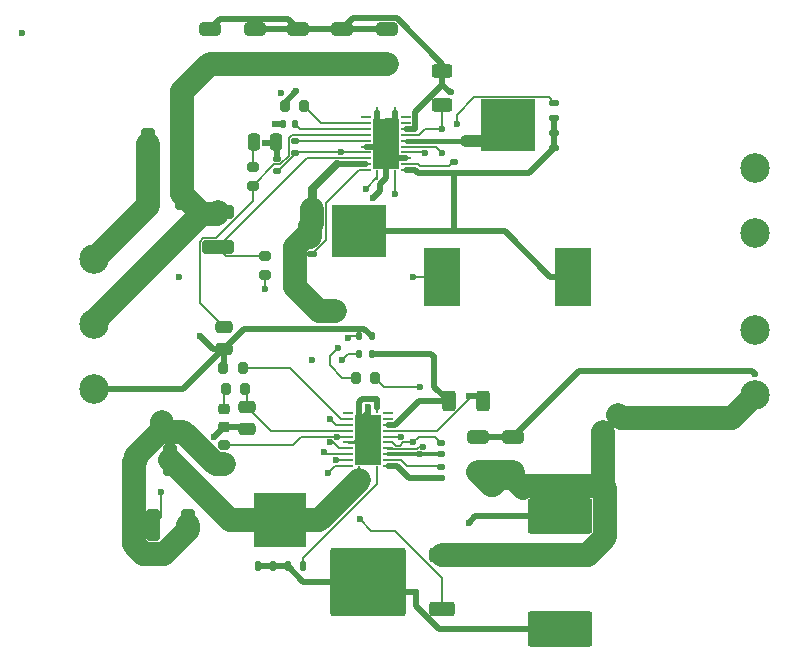
<source format=gbr>
%TF.GenerationSoftware,KiCad,Pcbnew,9.0.4-9.0.4-0~ubuntu24.04.1*%
%TF.CreationDate,2026-01-22T00:02:32-05:00*%
%TF.ProjectId,Mergung 1.18 TRACES,4d657267-756e-4672-9031-2e3138205452,rev?*%
%TF.SameCoordinates,Original*%
%TF.FileFunction,Copper,L1,Top*%
%TF.FilePolarity,Positive*%
%FSLAX46Y46*%
G04 Gerber Fmt 4.6, Leading zero omitted, Abs format (unit mm)*
G04 Created by KiCad (PCBNEW 9.0.4-9.0.4-0~ubuntu24.04.1) date 2026-01-22 00:02:32*
%MOMM*%
%LPD*%
G01*
G04 APERTURE LIST*
G04 Aperture macros list*
%AMRoundRect*
0 Rectangle with rounded corners*
0 $1 Rounding radius*
0 $2 $3 $4 $5 $6 $7 $8 $9 X,Y pos of 4 corners*
0 Add a 4 corners polygon primitive as box body*
4,1,4,$2,$3,$4,$5,$6,$7,$8,$9,$2,$3,0*
0 Add four circle primitives for the rounded corners*
1,1,$1+$1,$2,$3*
1,1,$1+$1,$4,$5*
1,1,$1+$1,$6,$7*
1,1,$1+$1,$8,$9*
0 Add four rect primitives between the rounded corners*
20,1,$1+$1,$2,$3,$4,$5,0*
20,1,$1+$1,$4,$5,$6,$7,0*
20,1,$1+$1,$6,$7,$8,$9,0*
20,1,$1+$1,$8,$9,$2,$3,0*%
G04 Aperture macros list end*
%TA.AperFunction,SMDPad,CuDef*%
%ADD10RoundRect,0.135000X0.135000X0.185000X-0.135000X0.185000X-0.135000X-0.185000X0.135000X-0.185000X0*%
%TD*%
%TA.AperFunction,SMDPad,CuDef*%
%ADD11RoundRect,0.200000X-0.200000X-0.275000X0.200000X-0.275000X0.200000X0.275000X-0.200000X0.275000X0*%
%TD*%
%TA.AperFunction,SMDPad,CuDef*%
%ADD12RoundRect,0.140000X-0.170000X0.140000X-0.170000X-0.140000X0.170000X-0.140000X0.170000X0.140000X0*%
%TD*%
%TA.AperFunction,SMDPad,CuDef*%
%ADD13RoundRect,0.250000X0.475000X-0.250000X0.475000X0.250000X-0.475000X0.250000X-0.475000X-0.250000X0*%
%TD*%
%TA.AperFunction,SMDPad,CuDef*%
%ADD14RoundRect,0.250000X0.325000X1.100000X-0.325000X1.100000X-0.325000X-1.100000X0.325000X-1.100000X0*%
%TD*%
%TA.AperFunction,SMDPad,CuDef*%
%ADD15RoundRect,0.200000X-0.275000X0.200000X-0.275000X-0.200000X0.275000X-0.200000X0.275000X0.200000X0*%
%TD*%
%TA.AperFunction,ComponentPad*%
%ADD16C,2.500000*%
%TD*%
%TA.AperFunction,SMDPad,CuDef*%
%ADD17RoundRect,0.250000X0.850000X0.350000X-0.850000X0.350000X-0.850000X-0.350000X0.850000X-0.350000X0*%
%TD*%
%TA.AperFunction,SMDPad,CuDef*%
%ADD18RoundRect,0.249997X2.950003X2.650003X-2.950003X2.650003X-2.950003X-2.650003X2.950003X-2.650003X0*%
%TD*%
%TA.AperFunction,SMDPad,CuDef*%
%ADD19RoundRect,0.250000X-0.650000X0.325000X-0.650000X-0.325000X0.650000X-0.325000X0.650000X0.325000X0*%
%TD*%
%TA.AperFunction,SMDPad,CuDef*%
%ADD20RoundRect,0.125000X0.300000X0.125000X-0.300000X0.125000X-0.300000X-0.125000X0.300000X-0.125000X0*%
%TD*%
%TA.AperFunction,SMDPad,CuDef*%
%ADD21R,4.550000X4.410000*%
%TD*%
%TA.AperFunction,SMDPad,CuDef*%
%ADD22RoundRect,0.250000X0.625000X-0.312500X0.625000X0.312500X-0.625000X0.312500X-0.625000X-0.312500X0*%
%TD*%
%TA.AperFunction,SMDPad,CuDef*%
%ADD23RoundRect,0.249999X2.500001X-1.250001X2.500001X1.250001X-2.500001X1.250001X-2.500001X-1.250001X0*%
%TD*%
%TA.AperFunction,SMDPad,CuDef*%
%ADD24RoundRect,0.250000X-0.250000X-0.475000X0.250000X-0.475000X0.250000X0.475000X-0.250000X0.475000X0*%
%TD*%
%TA.AperFunction,SMDPad,CuDef*%
%ADD25RoundRect,0.250000X-0.325000X-1.100000X0.325000X-1.100000X0.325000X1.100000X-0.325000X1.100000X0*%
%TD*%
%TA.AperFunction,SMDPad,CuDef*%
%ADD26RoundRect,0.250000X-0.475000X0.250000X-0.475000X-0.250000X0.475000X-0.250000X0.475000X0.250000X0*%
%TD*%
%TA.AperFunction,SMDPad,CuDef*%
%ADD27RoundRect,0.135000X-0.185000X0.135000X-0.185000X-0.135000X0.185000X-0.135000X0.185000X0.135000X0*%
%TD*%
%TA.AperFunction,SMDPad,CuDef*%
%ADD28R,3.100000X5.000000*%
%TD*%
%TA.AperFunction,SMDPad,CuDef*%
%ADD29RoundRect,0.135000X-0.135000X-0.185000X0.135000X-0.185000X0.135000X0.185000X-0.135000X0.185000X0*%
%TD*%
%TA.AperFunction,SMDPad,CuDef*%
%ADD30R,0.254000X0.812800*%
%TD*%
%TA.AperFunction,SMDPad,CuDef*%
%ADD31R,0.812800X0.254000*%
%TD*%
%TA.AperFunction,SMDPad,CuDef*%
%ADD32R,2.209800X4.191000*%
%TD*%
%TA.AperFunction,SMDPad,CuDef*%
%ADD33RoundRect,0.125000X-0.300000X-0.125000X0.300000X-0.125000X0.300000X0.125000X-0.300000X0.125000X0*%
%TD*%
%TA.AperFunction,SMDPad,CuDef*%
%ADD34RoundRect,0.250000X0.312500X0.625000X-0.312500X0.625000X-0.312500X-0.625000X0.312500X-0.625000X0*%
%TD*%
%TA.AperFunction,SMDPad,CuDef*%
%ADD35RoundRect,0.225000X0.250000X-0.225000X0.250000X0.225000X-0.250000X0.225000X-0.250000X-0.225000X0*%
%TD*%
%TA.AperFunction,SMDPad,CuDef*%
%ADD36RoundRect,0.140000X0.170000X-0.140000X0.170000X0.140000X-0.170000X0.140000X-0.170000X-0.140000X0*%
%TD*%
%TA.AperFunction,SMDPad,CuDef*%
%ADD37RoundRect,0.250000X1.100000X-0.325000X1.100000X0.325000X-1.100000X0.325000X-1.100000X-0.325000X0*%
%TD*%
%TA.AperFunction,SMDPad,CuDef*%
%ADD38RoundRect,0.125000X0.125000X-0.300000X0.125000X0.300000X-0.125000X0.300000X-0.125000X-0.300000X0*%
%TD*%
%TA.AperFunction,SMDPad,CuDef*%
%ADD39R,4.410000X4.550000*%
%TD*%
%TA.AperFunction,ViaPad*%
%ADD40C,0.600000*%
%TD*%
%TA.AperFunction,Conductor*%
%ADD41C,0.200000*%
%TD*%
%TA.AperFunction,Conductor*%
%ADD42C,0.500000*%
%TD*%
%TA.AperFunction,Conductor*%
%ADD43C,0.253800*%
%TD*%
%TA.AperFunction,Conductor*%
%ADD44C,0.300000*%
%TD*%
%TA.AperFunction,Conductor*%
%ADD45C,2.000000*%
%TD*%
%TA.AperFunction,Conductor*%
%ADD46C,0.500800*%
%TD*%
%TA.AperFunction,Conductor*%
%ADD47C,0.700000*%
%TD*%
%TA.AperFunction,Conductor*%
%ADD48C,0.800000*%
%TD*%
%TA.AperFunction,Conductor*%
%ADD49C,1.000000*%
%TD*%
%TA.AperFunction,Conductor*%
%ADD50C,0.381000*%
%TD*%
G04 APERTURE END LIST*
D10*
%TO.P,Rfbt1,1*%
%TO.N,Net-(Con3-Pin_1)*%
X70510000Y-50000000D03*
%TO.P,Rfbt1,2*%
%TO.N,Net-(U2-FB)*%
X69490000Y-50000000D03*
%TD*%
D11*
%TO.P,Rpg2,1*%
%TO.N,Net-(U2-VCC)*%
X69175000Y-52000000D03*
%TO.P,Rpg2,2*%
%TO.N,Net-(U2-PG{slash}SYNCOUT)*%
X70825000Y-52000000D03*
%TD*%
D12*
%TO.P,Cvdda2,1*%
%TO.N,Net-(U2-PFM{slash}SYNC)*%
X76403600Y-57540000D03*
%TO.P,Cvdda2,2*%
%TO.N,GNDREF*%
X76403600Y-58500000D03*
%TD*%
%TO.P,Cboot2,1*%
%TO.N,Net-(U2-CBOOT)*%
X76403600Y-59540000D03*
%TO.P,Cboot2,2*%
%TO.N,Net-(M4-D)*%
X76403600Y-60500000D03*
%TD*%
D10*
%TO.P,Rt2,1*%
%TO.N,GNDREF*%
X70510000Y-48500000D03*
%TO.P,Rt2,2*%
%TO.N,Net-(U2-RT)*%
X69490000Y-48500000D03*
%TD*%
D13*
%TO.P,Ccomp4,1*%
%TO.N,GNDREF*%
X60000000Y-56400000D03*
%TO.P,Ccomp4,2*%
%TO.N,Net-(U2-EXTCOMP)*%
X60000000Y-54500000D03*
%TD*%
D14*
%TO.P,Cin3,1*%
%TO.N,VCC*%
X53475000Y-59000000D03*
%TO.P,Cin3,2*%
%TO.N,GNDPWR*%
X50525000Y-59000000D03*
%TD*%
D15*
%TO.P,Rfbb1,1*%
%TO.N,Net-(U2-FB)*%
X58000000Y-57675000D03*
%TO.P,Rfbb1,2*%
%TO.N,GNDPWR*%
X58000000Y-59325000D03*
%TD*%
D16*
%TO.P,Con2,1,Pin_1*%
%TO.N,Net-(Con2-Pin_1)*%
X103000000Y-34250000D03*
%TO.P,Con2,2,Pin_2*%
%TO.N,GNDPWR*%
X103000000Y-39750000D03*
%TD*%
D11*
%TO.P,Rconfig2,1*%
%TO.N,GNDREF*%
X57975000Y-51175000D03*
%TO.P,Rconfig2,2*%
%TO.N,Net-(U2-CNFG)*%
X59625000Y-51175000D03*
%TD*%
D15*
%TO.P,Rpg1,1*%
%TO.N,Net-(U1-VCC)*%
X61500000Y-41675000D03*
%TO.P,Rpg1,2*%
%TO.N,Net-(U1-PG{slash}SYNCOUT)*%
X61500000Y-43325000D03*
%TD*%
D17*
%TO.P,M4,1,G*%
%TO.N,Net-(M4-G)*%
X76500000Y-71560000D03*
D18*
%TO.P,M4,2,D*%
%TO.N,Net-(M4-D)*%
X70200000Y-69280000D03*
D17*
%TO.P,M4,3,S*%
%TO.N,GNDPWR*%
X76500000Y-67000000D03*
%TD*%
D19*
%TO.P,Cout7,1*%
%TO.N,Net-(Con3-Pin_1)*%
X79500000Y-57025000D03*
%TO.P,Cout7,2*%
%TO.N,GNDPWR*%
X79500000Y-59975000D03*
%TD*%
D11*
%TO.P,Rcomp2,1*%
%TO.N,Net-(Ccomp3-Pad2)*%
X58175000Y-52950000D03*
%TO.P,Rcomp2,2*%
%TO.N,Net-(U2-EXTCOMP)*%
X59825000Y-52950000D03*
%TD*%
D20*
%TO.P,M1,1,S*%
%TO.N,Net-(M2-D)*%
X86000000Y-32540000D03*
%TO.P,M1,2,S*%
X86000000Y-31270000D03*
%TO.P,M1,3,S*%
X86000000Y-30000000D03*
%TO.P,M1,4,G*%
%TO.N,Net-(M1-G)*%
X86000000Y-28730000D03*
D21*
%TO.P,M1,5,D*%
%TO.N,VCC*%
X82050000Y-30635000D03*
%TD*%
D22*
%TO.P,Rsense1,1*%
%TO.N,Net-(U1-ISNS+)*%
X76500000Y-28962500D03*
%TO.P,Rsense1,2*%
%TO.N,Net-(Con2-Pin_1)*%
X76500000Y-26037500D03*
%TD*%
D23*
%TO.P,L2,1*%
%TO.N,Net-(M4-D)*%
X86500000Y-73250000D03*
%TO.P,L2,2*%
%TO.N,Net-(U2-ISNS+)*%
X86500000Y-63750000D03*
%TD*%
D15*
%TO.P,Rcomp1,1*%
%TO.N,Net-(Ccomp1-Pad1)*%
X60500000Y-34175000D03*
%TO.P,Rcomp1,2*%
%TO.N,Net-(U1-EXTCOMP)*%
X60500000Y-35825000D03*
%TD*%
D24*
%TO.P,Ccomp1,1*%
%TO.N,Net-(Ccomp1-Pad1)*%
X60550000Y-32100000D03*
%TO.P,Ccomp1,2*%
%TO.N,GNDREF*%
X62450000Y-32100000D03*
%TD*%
D25*
%TO.P,Cin1,1*%
%TO.N,VCC*%
X51550000Y-32250000D03*
%TO.P,Cin1,2*%
%TO.N,GNDPWR*%
X54500000Y-32250000D03*
%TD*%
D19*
%TO.P,Cout2,1*%
%TO.N,Net-(Con2-Pin_1)*%
X68000000Y-22525000D03*
%TO.P,Cout2,2*%
%TO.N,GNDPWR*%
X68000000Y-25475000D03*
%TD*%
D11*
%TO.P,Rconfig1,1*%
%TO.N,GNDREF*%
X63175000Y-29000000D03*
%TO.P,Rconfig1,2*%
%TO.N,Net-(U1-CNFG)*%
X64825000Y-29000000D03*
%TD*%
D26*
%TO.P,Ccomp2,1*%
%TO.N,Net-(U1-EXTCOMP)*%
X58000000Y-47725000D03*
%TO.P,Ccomp2,2*%
%TO.N,GNDREF*%
X58000000Y-49625000D03*
%TD*%
D27*
%TO.P,Rvdda1,1*%
%TO.N,Net-(U1-FB)*%
X64000000Y-31990000D03*
%TO.P,Rvdda1,2*%
%TO.N,Net-(U1-PFM{slash}SYNC)*%
X64000000Y-33010000D03*
%TD*%
D16*
%TO.P,Con1,1,Pin_1*%
%TO.N,VCC*%
X47000000Y-42000000D03*
%TO.P,Con1,2,Pin_2*%
%TO.N,GNDPWR*%
X47000000Y-47500000D03*
%TO.P,Con1,3,Pin_3*%
%TO.N,GNDREF*%
X47000000Y-53000000D03*
%TD*%
%TO.P,Con3,1,Pin_1*%
%TO.N,Net-(Con3-Pin_1)*%
X103000000Y-48000000D03*
%TO.P,Con3,2,Pin_2*%
%TO.N,GNDPWR*%
X103000000Y-53500000D03*
%TD*%
D28*
%TO.P,L1,1*%
%TO.N,Net-(M2-D)*%
X87550000Y-43500000D03*
%TO.P,L1,2*%
%TO.N,Net-(U1-ISNS+)*%
X76450000Y-43500000D03*
%TD*%
D19*
%TO.P,Cout6-7,1*%
%TO.N,Net-(Con3-Pin_1)*%
X82500000Y-57025000D03*
%TO.P,Cout6-7,2*%
%TO.N,GNDPWR*%
X82500000Y-59975000D03*
%TD*%
%TO.P,Cout3,1*%
%TO.N,Net-(Con2-Pin_1)*%
X64300000Y-22525000D03*
%TO.P,Cout3,2*%
%TO.N,GNDPWR*%
X64300000Y-25475000D03*
%TD*%
%TO.P,Cout4,1*%
%TO.N,Net-(Con2-Pin_1)*%
X60650000Y-22525000D03*
%TO.P,Cout4,2*%
%TO.N,GNDPWR*%
X60650000Y-25475000D03*
%TD*%
D29*
%TO.P,Rt1,1*%
%TO.N,GNDREF*%
X62990000Y-30500000D03*
%TO.P,Rt1,2*%
%TO.N,Net-(U1-RT)*%
X64010000Y-30500000D03*
%TD*%
D30*
%TO.P,U1,1,AVSS*%
%TO.N,GNDREF*%
X70999999Y-29500000D03*
D31*
%TO.P,U1,2,INJ*%
%TO.N,unconnected-(U1-INJ-Pad2)*%
X70048200Y-29942399D03*
%TO.P,U1,3,CNFG*%
%TO.N,Net-(U1-CNFG)*%
X70048200Y-30442401D03*
%TO.P,U1,4,RT*%
%TO.N,Net-(U1-RT)*%
X70048200Y-30942400D03*
%TO.P,U1,5,EXTCOMP*%
%TO.N,Net-(U1-EXTCOMP)*%
X70048200Y-31442399D03*
%TO.P,U1,6,FB*%
%TO.N,Net-(U1-FB)*%
X70048200Y-31942400D03*
%TO.P,U1,7,AGND*%
%TO.N,GNDREF*%
X70048200Y-32442400D03*
%TO.P,U1,8,VDDA*%
%TO.N,Net-(U1-PFM{slash}SYNC)*%
X70048200Y-32942401D03*
%TO.P,U1,9,VCC*%
%TO.N,Net-(U1-VCC)*%
X70048200Y-33442400D03*
%TO.P,U1,10,PGND*%
%TO.N,GNDPWR*%
X70048200Y-33942399D03*
%TO.P,U1,11,LO*%
%TO.N,Net-(M2-G)*%
X70048200Y-34442401D03*
D30*
%TO.P,U1,12,VIN*%
%TO.N,VCC*%
X70999999Y-34884800D03*
%TO.P,U1,13,HO*%
%TO.N,Net-(M1-G)*%
X72500001Y-34884800D03*
D31*
%TO.P,U1,14,SW*%
%TO.N,Net-(M2-D)*%
X73451800Y-34442401D03*
%TO.P,U1,15,CBOOT*%
%TO.N,Net-(U1-CBOOT)*%
X73451800Y-33942399D03*
%TO.P,U1,16,VCCX*%
%TO.N,GNDREF*%
X73451800Y-33442400D03*
%TO.P,U1,17,PG/SYNCOUT*%
%TO.N,Net-(U1-PG{slash}SYNCOUT)*%
X73451800Y-32942401D03*
%TO.P,U1,18,PFM/SYNC*%
%TO.N,Net-(U1-PFM{slash}SYNC)*%
X73451800Y-32442400D03*
%TO.P,U1,19,EN*%
%TO.N,VCC*%
X73451800Y-31942400D03*
%TO.P,U1,20,ISNS+*%
%TO.N,Net-(U1-ISNS+)*%
X73451800Y-31442399D03*
%TO.P,U1,21,VOUT*%
%TO.N,Net-(Con2-Pin_1)*%
X73451800Y-30942400D03*
%TO.P,U1,22,AEFVDDA*%
%TO.N,unconnected-(U1-AEFVDDA-Pad22)*%
X73451800Y-30442401D03*
%TO.P,U1,23,SEN*%
%TO.N,unconnected-(U1-SEN-Pad23)*%
X73451800Y-29942399D03*
D30*
%TO.P,U1,24,REFAGND*%
%TO.N,GNDREF*%
X72500001Y-29500000D03*
D32*
%TO.P,U1,25,AGND/PGND*%
X71750000Y-32192400D03*
%TD*%
D33*
%TO.P,M2,1,S*%
%TO.N,GNDPWR*%
X65500000Y-37730000D03*
%TO.P,M2,2,S*%
X65500000Y-39000000D03*
%TO.P,M2,3,S*%
X65500000Y-40270000D03*
%TO.P,M2,4,G*%
%TO.N,Net-(M2-G)*%
X65500000Y-41540000D03*
D21*
%TO.P,M2,5,D*%
%TO.N,Net-(M2-D)*%
X69450000Y-39635000D03*
%TD*%
D30*
%TO.P,U2,1,AVSS*%
%TO.N,GNDREF*%
X69451799Y-54557600D03*
D31*
%TO.P,U2,2,INJ*%
%TO.N,unconnected-(U2-INJ-Pad2)*%
X68500000Y-54999999D03*
%TO.P,U2,3,CNFG*%
%TO.N,Net-(U2-CNFG)*%
X68500000Y-55500001D03*
%TO.P,U2,4,RT*%
%TO.N,Net-(U2-RT)*%
X68500000Y-56000000D03*
%TO.P,U2,5,EXTCOMP*%
%TO.N,Net-(U2-EXTCOMP)*%
X68500000Y-56499999D03*
%TO.P,U2,6,FB*%
%TO.N,Net-(U2-FB)*%
X68500000Y-57000000D03*
%TO.P,U2,7,AGND*%
%TO.N,GNDREF*%
X68500000Y-57500000D03*
%TO.P,U2,8,VDDA*%
%TO.N,Net-(U2-PFM{slash}SYNC)*%
X68500000Y-58000001D03*
%TO.P,U2,9,VCC*%
%TO.N,Net-(U2-VCC)*%
X68500000Y-58500000D03*
%TO.P,U2,10,PGND*%
%TO.N,GNDPWR*%
X68500000Y-58999999D03*
%TO.P,U2,11,LO*%
%TO.N,Net-(M4-G)*%
X68500000Y-59500001D03*
D30*
%TO.P,U2,12,VIN*%
%TO.N,VCC*%
X69451799Y-59942400D03*
%TO.P,U2,13,HO*%
%TO.N,Net-(M3-G)*%
X70951801Y-59942400D03*
D31*
%TO.P,U2,14,SW*%
%TO.N,Net-(M4-D)*%
X71903600Y-59500001D03*
%TO.P,U2,15,CBOOT*%
%TO.N,Net-(U2-CBOOT)*%
X71903600Y-58999999D03*
%TO.P,U2,16,VCCX*%
%TO.N,GNDREF*%
X71903600Y-58500000D03*
%TO.P,U2,17,PG/SYNCOUT*%
%TO.N,Net-(U2-PG{slash}SYNCOUT)*%
X71903600Y-58000001D03*
%TO.P,U2,18,PFM/SYNC*%
%TO.N,Net-(U2-PFM{slash}SYNC)*%
X71903600Y-57500000D03*
%TO.P,U2,19,EN*%
%TO.N,VCC*%
X71903600Y-57000000D03*
%TO.P,U2,20,ISNS+*%
%TO.N,Net-(U2-ISNS+)*%
X71903600Y-56499999D03*
%TO.P,U2,21,VOUT*%
%TO.N,Net-(Con3-Pin_1)*%
X71903600Y-56000000D03*
%TO.P,U2,22,AEFVDDA*%
%TO.N,unconnected-(U2-AEFVDDA-Pad22)*%
X71903600Y-55500001D03*
%TO.P,U2,23,SEN*%
%TO.N,unconnected-(U2-SEN-Pad23)*%
X71903600Y-54999999D03*
D30*
%TO.P,U2,24,REFAGND*%
%TO.N,GNDREF*%
X70951801Y-54557600D03*
D32*
%TO.P,U2,25,AGND/PGND*%
X70201800Y-57250000D03*
%TD*%
D34*
%TO.P,Rsense2,1*%
%TO.N,Net-(U2-ISNS+)*%
X79962500Y-54000000D03*
%TO.P,Rsense2,2*%
%TO.N,Net-(Con3-Pin_1)*%
X77037500Y-54000000D03*
%TD*%
D35*
%TO.P,Ccomp3,1*%
%TO.N,GNDREF*%
X58000000Y-56225000D03*
%TO.P,Ccomp3,2*%
%TO.N,Net-(Ccomp3-Pad2)*%
X58000000Y-54675000D03*
%TD*%
D25*
%TO.P,Cin2,1*%
%TO.N,VCC*%
X51550000Y-36500000D03*
%TO.P,Cin2,2*%
%TO.N,GNDPWR*%
X54500000Y-36500000D03*
%TD*%
D36*
%TO.P,Cvdda1,1*%
%TO.N,Net-(U1-PFM{slash}SYNC)*%
X62500000Y-34480000D03*
%TO.P,Cvdda1,2*%
%TO.N,GNDREF*%
X62500000Y-33520000D03*
%TD*%
D37*
%TO.P,Cvcc1,1*%
%TO.N,Net-(U1-VCC)*%
X57500000Y-40975000D03*
%TO.P,Cvcc1,2*%
%TO.N,GNDPWR*%
X57500000Y-38025000D03*
%TD*%
D19*
%TO.P,Cout5,1*%
%TO.N,Net-(Con2-Pin_1)*%
X56800000Y-22525000D03*
%TO.P,Cout5,2*%
%TO.N,GNDPWR*%
X56800000Y-25475000D03*
%TD*%
%TO.P,Cout1 - 5,1*%
%TO.N,Net-(Con2-Pin_1)*%
X71800000Y-22500000D03*
%TO.P,Cout1 - 5,2*%
%TO.N,GNDPWR*%
X71800000Y-25450000D03*
%TD*%
D38*
%TO.P,M3,1,S*%
%TO.N,Net-(M4-D)*%
X60863600Y-68000000D03*
%TO.P,M3,2,S*%
X62133600Y-68000000D03*
%TO.P,M3,3,S*%
X63403600Y-68000000D03*
%TO.P,M3,4,G*%
%TO.N,Net-(M3-G)*%
X64673600Y-68000000D03*
D39*
%TO.P,M3,5,D*%
%TO.N,VCC*%
X62768600Y-64050000D03*
%TD*%
D25*
%TO.P,Cvcc2,1*%
%TO.N,Net-(U2-VCC)*%
X52025000Y-64500000D03*
%TO.P,Cvcc2,2*%
%TO.N,GNDPWR*%
X54975000Y-64500000D03*
%TD*%
D12*
%TO.P,Cboot1,1*%
%TO.N,Net-(U1-CBOOT)*%
X77500000Y-33720000D03*
%TO.P,Cboot1,2*%
%TO.N,Net-(M2-D)*%
X77500000Y-34680000D03*
%TD*%
D40*
%TO.N,Net-(M4-D)*%
X75571700Y-60500000D03*
X74259500Y-70200000D03*
%TO.N,GNDREF*%
X64123300Y-27779300D03*
X70653300Y-36795000D03*
X74585100Y-58504100D03*
X56000000Y-48500000D03*
X62835300Y-27902100D03*
X62334300Y-30500000D03*
X61500000Y-32153500D03*
X40943300Y-22840000D03*
X57206500Y-57035300D03*
X70201800Y-54537200D03*
%TO.N,GNDPWR*%
X67500000Y-59000000D03*
X67403900Y-46333000D03*
X91397700Y-55182600D03*
X65500000Y-50500000D03*
X90137500Y-56612500D03*
X52762600Y-55786200D03*
%TO.N,VCC*%
X68815350Y-61315350D03*
X58747300Y-64050000D03*
X54202500Y-43500000D03*
X70000000Y-36000000D03*
X78500000Y-32000000D03*
X73000000Y-57000000D03*
%TO.N,Net-(Con2-Pin_1)*%
X77208100Y-27839500D03*
%TO.N,Net-(Con3-Pin_1)*%
X75811300Y-50275000D03*
X102997400Y-51730000D03*
%TO.N,Net-(U2-VCC)*%
X52685400Y-61684300D03*
X66500000Y-58328700D03*
X67676800Y-49480000D03*
%TO.N,Net-(U1-PFM{slash}SYNC)*%
X67881800Y-32942400D03*
X76500000Y-33000000D03*
%TO.N,Net-(U2-PFM{slash}SYNC)*%
X74000000Y-57500000D03*
X67000000Y-57500000D03*
%TO.N,Net-(U1-ISNS+)*%
X74000000Y-43500000D03*
X76500000Y-31000000D03*
%TO.N,Net-(U2-ISNS+)*%
X78746800Y-64280000D03*
X78746800Y-53595600D03*
%TO.N,Net-(M1-G)*%
X72500000Y-36500000D03*
X77735300Y-30500000D03*
%TO.N,Net-(M4-G)*%
X69500000Y-64000000D03*
X66794800Y-60103200D03*
%TO.N,Net-(U2-FB)*%
X68000000Y-50500000D03*
X67592400Y-57000000D03*
%TO.N,Net-(U1-PG{slash}SYNCOUT)*%
X61500000Y-44500000D03*
X75000000Y-33000000D03*
%TO.N,Net-(U2-PG{slash}SYNCOUT)*%
X74900000Y-57851100D03*
X74593900Y-52774200D03*
%TO.N,Net-(U2-RT)*%
X67000000Y-55500000D03*
X68505000Y-48655900D03*
%TD*%
D41*
%TO.N,Net-(U1-CBOOT)*%
X74608200Y-34114800D02*
X77105200Y-34114800D01*
X74435800Y-33942400D02*
X74608200Y-34114800D01*
X77105200Y-34114800D02*
X77500000Y-33720000D01*
X73451800Y-33942400D02*
X74435800Y-33942400D01*
D42*
%TO.N,Net-(M2-D)*%
X69450000Y-39635000D02*
X77500000Y-39635000D01*
X81785000Y-39635000D02*
X85650000Y-43500000D01*
X83860000Y-34680000D02*
X86000000Y-32540000D01*
X73451800Y-34442400D02*
X74208200Y-34442400D01*
X74208200Y-34442400D02*
X74445800Y-34680000D01*
X86000000Y-32540000D02*
X86000000Y-31270000D01*
X87550000Y-43500000D02*
X85650000Y-43500000D01*
X77500000Y-39635000D02*
X81785000Y-39635000D01*
X77500000Y-39635000D02*
X77500000Y-34680000D01*
X86000000Y-30000000D02*
X86000000Y-31270000D01*
X74445800Y-34680000D02*
X77500000Y-34680000D01*
X77500000Y-34680000D02*
X83860000Y-34680000D01*
%TO.N,Net-(M4-D)*%
X73660000Y-60500000D02*
X72660000Y-59500000D01*
X75571700Y-60500000D02*
X76403600Y-60500000D01*
X86500000Y-73250000D02*
X76200700Y-73250000D01*
X71120000Y-70200000D02*
X70200000Y-69280000D01*
X62133600Y-68000000D02*
X63403600Y-68000000D01*
X75571700Y-60500000D02*
X73660000Y-60500000D01*
X64683600Y-69280000D02*
X70200000Y-69280000D01*
X71903600Y-59500000D02*
X72660000Y-59500000D01*
X63403600Y-68000000D02*
X64683600Y-69280000D01*
X60863600Y-68000000D02*
X62133600Y-68000000D01*
X74259500Y-71308800D02*
X74259500Y-70200000D01*
X74259500Y-70200000D02*
X71120000Y-70200000D01*
X76200700Y-73250000D02*
X74259500Y-71308800D01*
D41*
%TO.N,Net-(U2-CBOOT)*%
X71903600Y-59000000D02*
X73000000Y-59000000D01*
X73500000Y-59500000D02*
X76363600Y-59500000D01*
X76363600Y-59500000D02*
X76403600Y-59540000D01*
X73000000Y-59000000D02*
X73500000Y-59500000D01*
D42*
%TO.N,GNDREF*%
X70201400Y-54966600D02*
X69854000Y-55314000D01*
X64123300Y-27779300D02*
X63175000Y-28727600D01*
X70201800Y-54537200D02*
X70201400Y-54537600D01*
X71743600Y-30256400D02*
X71652900Y-30347100D01*
X47000000Y-53000000D02*
X54543900Y-53000000D01*
X74581000Y-58500000D02*
X74585100Y-58504100D01*
X62396500Y-32153500D02*
X62450000Y-32100000D01*
X58000000Y-49625000D02*
X57918900Y-49625000D01*
X71652900Y-30347100D02*
X71652900Y-32095300D01*
X58000000Y-56225000D02*
X59825000Y-56225000D01*
X70201800Y-57250000D02*
X70024600Y-57427200D01*
X72500000Y-30256400D02*
X71743600Y-30256400D01*
X58000000Y-49625000D02*
X59748900Y-47876100D01*
X57125000Y-49625000D02*
X56000000Y-48500000D01*
X58000000Y-56225000D02*
X57206500Y-57018500D01*
X70201800Y-57035400D02*
X70201800Y-57250000D01*
D43*
X69206100Y-57427200D02*
X69133300Y-57500000D01*
D42*
X71251900Y-36196400D02*
X71251900Y-35592900D01*
X62396500Y-32153500D02*
X62500000Y-32257000D01*
X71090700Y-30347100D02*
X71000000Y-30256400D01*
X69451800Y-54179400D02*
X69451800Y-54076200D01*
X62334300Y-30500000D02*
X62990000Y-30500000D01*
D43*
X69208300Y-57427200D02*
X69206100Y-57427200D01*
D42*
X70653300Y-36795000D02*
X71251900Y-36196400D01*
X59748900Y-47876100D02*
X69886100Y-47876100D01*
X62500000Y-32257000D02*
X62500000Y-33520000D01*
X69451800Y-54557600D02*
X69451800Y-55314000D01*
X70048200Y-32442400D02*
X71500000Y-32442400D01*
X73451800Y-33442400D02*
X72695400Y-33442400D01*
X69854000Y-55314000D02*
X69451800Y-55314000D01*
X61500000Y-32153500D02*
X62396500Y-32153500D01*
X69726800Y-53801200D02*
X69451800Y-54076200D01*
X58000000Y-51150000D02*
X58000000Y-49625000D01*
X71750000Y-33442400D02*
X72695400Y-33442400D01*
X69451800Y-54557600D02*
X69451800Y-54512500D01*
X69886100Y-47876100D02*
X70510000Y-48500000D01*
X70951800Y-54557600D02*
X70951800Y-53801200D01*
D44*
X76403600Y-58500000D02*
X74589200Y-58500000D01*
D42*
X70951800Y-53801200D02*
X69726800Y-53801200D01*
X57975000Y-51175000D02*
X58000000Y-51150000D01*
X71750000Y-33442400D02*
X71750000Y-32192400D01*
X70201400Y-54537600D02*
X70201400Y-54966600D01*
X57918900Y-49625000D02*
X57125000Y-49625000D01*
X70201800Y-54967000D02*
X70201400Y-54966600D01*
X54543900Y-53000000D02*
X57918900Y-49625000D01*
X71750000Y-35094900D02*
X71750000Y-33442400D01*
D43*
X68500000Y-57500000D02*
X69133300Y-57500000D01*
D42*
X71000000Y-29500000D02*
X71000000Y-30256400D01*
D44*
X71903600Y-58500000D02*
X74581000Y-58500000D01*
D42*
X71500000Y-32442400D02*
X71750000Y-32192400D01*
X70201800Y-57035400D02*
X70201800Y-54967000D01*
X71652900Y-30347100D02*
X71090700Y-30347100D01*
X71252000Y-35592900D02*
X71750000Y-35094900D01*
X59825000Y-56225000D02*
X60000000Y-56400000D01*
X63175000Y-28727600D02*
X63175000Y-29000000D01*
X71251900Y-35592900D02*
X71252000Y-35592900D01*
X74589200Y-58500000D02*
X74585100Y-58504100D01*
X70024600Y-57427200D02*
X69208300Y-57427200D01*
X71652900Y-32095300D02*
X71750000Y-32192400D01*
X69451800Y-54179400D02*
X69451800Y-54512500D01*
X72500000Y-29500000D02*
X72500000Y-30256400D01*
X57206500Y-57018500D02*
X57206500Y-57035300D01*
D41*
%TO.N,Net-(Ccomp1-Pad1)*%
X60550000Y-32100000D02*
X60500000Y-32150000D01*
X60500000Y-32150000D02*
X60500000Y-34175000D01*
%TO.N,Net-(U1-EXTCOMP)*%
X58000000Y-47725000D02*
X55964300Y-45689300D01*
X63796100Y-31442400D02*
X63485800Y-31752700D01*
X60500000Y-37024100D02*
X60500000Y-35825000D01*
X62791100Y-33952200D02*
X62290800Y-33952200D01*
X57343000Y-40181100D02*
X60500000Y-37024100D01*
X55964300Y-45689300D02*
X55964300Y-40493600D01*
X63485800Y-33257500D02*
X62791100Y-33952200D01*
X62290800Y-33952200D02*
X60500000Y-35743000D01*
X70048200Y-31442400D02*
X63796100Y-31442400D01*
X56276800Y-40181100D02*
X57343000Y-40181100D01*
X63485800Y-31752700D02*
X63485800Y-33257500D01*
X60500000Y-35743000D02*
X60500000Y-35825000D01*
X55964300Y-40493600D02*
X56276800Y-40181100D01*
%TO.N,Net-(Ccomp3-Pad2)*%
X58000000Y-53125000D02*
X58000000Y-54675000D01*
X58175000Y-52950000D02*
X58000000Y-53125000D01*
%TO.N,Net-(U2-EXTCOMP)*%
X60000000Y-54500000D02*
X62000000Y-56500000D01*
X60000000Y-53125000D02*
X60000000Y-54500000D01*
X62000000Y-56500000D02*
X68500000Y-56500000D01*
X59825000Y-52950000D02*
X60000000Y-53125000D01*
D45*
%TO.N,GNDPWR*%
X54975000Y-64884900D02*
X52952300Y-66907600D01*
X54975000Y-64500000D02*
X54975000Y-64884900D01*
D42*
X70048200Y-33942399D02*
X67557601Y-33942399D01*
D45*
X90302600Y-61362400D02*
X90137500Y-61197300D01*
X56121100Y-38121100D02*
X47000000Y-47242200D01*
X101067500Y-55432600D02*
X91647700Y-55432600D01*
X81379700Y-60505700D02*
X80789500Y-61095900D01*
X103000000Y-53500000D02*
X101067500Y-55432500D01*
X65500000Y-39000000D02*
X65500000Y-37730000D01*
X52762600Y-56597400D02*
X52609800Y-56597400D01*
X51165500Y-66907600D02*
X50369200Y-66111300D01*
X65321800Y-40091800D02*
X64858500Y-40091800D01*
X83317100Y-61340600D02*
X83317000Y-61340600D01*
X82500000Y-59975000D02*
X79500000Y-59975000D01*
D46*
X65321800Y-40091800D02*
X65500000Y-40270000D01*
D45*
X54582400Y-56597400D02*
X52762600Y-56597400D01*
X57310000Y-59325000D02*
X54582400Y-56597400D01*
D41*
X68500000Y-58999999D02*
X67500000Y-59000000D01*
D45*
X56121100Y-38121100D02*
X54500000Y-36500000D01*
X64022800Y-40927500D02*
X64022800Y-44303700D01*
X71800000Y-25450000D02*
X71775000Y-25475000D01*
X66052100Y-46333000D02*
X67403900Y-46333000D01*
X63289400Y-25475000D02*
X64300000Y-25475000D01*
X54500000Y-27775000D02*
X54500000Y-32250000D01*
X60650000Y-25475000D02*
X63289400Y-25475000D01*
X83460400Y-61197300D02*
X83317100Y-61340600D01*
X82623500Y-60647100D02*
X82599500Y-60647100D01*
X71775000Y-25475000D02*
X68000000Y-25475000D01*
X80789500Y-61095900D02*
X80620900Y-61095900D01*
X83317000Y-61340600D02*
X82623500Y-60647100D01*
X56800000Y-25475000D02*
X54500000Y-27775000D01*
X90137500Y-61197300D02*
X83460400Y-61197300D01*
X90137500Y-61197300D02*
X90137500Y-56612500D01*
X47000000Y-47242200D02*
X47000000Y-47500000D01*
X54500000Y-36500000D02*
X54500000Y-32250000D01*
X52952300Y-66907600D02*
X51165500Y-66907600D01*
X64858500Y-40091800D02*
X64022800Y-40927500D01*
X90302600Y-65539500D02*
X90302600Y-61362400D01*
X80620900Y-61095900D02*
X79500000Y-59975000D01*
X91647700Y-55432600D02*
X91397700Y-55182600D01*
X58000000Y-59325000D02*
X57310000Y-59325000D01*
X76500000Y-67000000D02*
X88842100Y-67000000D01*
X50369200Y-66111300D02*
X50369200Y-59155800D01*
X52609800Y-56597400D02*
X50525000Y-58682200D01*
X57403900Y-38121100D02*
X57500000Y-38025000D01*
X64022800Y-44303700D02*
X66052100Y-46333000D01*
X50369200Y-59155800D02*
X50525000Y-59000000D01*
X88842100Y-67000000D02*
X90302600Y-65539500D01*
X82458100Y-60505700D02*
X81379700Y-60505700D01*
X63289400Y-25475000D02*
X68000000Y-25475000D01*
X101067500Y-55432500D02*
X101067500Y-55432600D01*
X56121100Y-38121100D02*
X57403900Y-38121100D01*
D47*
X67557601Y-33942399D02*
X65500000Y-36000000D01*
D45*
X65321800Y-39178200D02*
X65321800Y-40091800D01*
X82599500Y-60647100D02*
X82458100Y-60505700D01*
D48*
X65500000Y-36000000D02*
X65500000Y-37730000D01*
D45*
X65500000Y-39000000D02*
X65321800Y-39178200D01*
X56800000Y-25475000D02*
X60650000Y-25475000D01*
X52762600Y-56597400D02*
X52762600Y-55786200D01*
X50525000Y-58682200D02*
X50525000Y-59000000D01*
%TO.N,VCC*%
X62768600Y-64050000D02*
X66080700Y-64050000D01*
D41*
X70999999Y-35000001D02*
X70000000Y-36000000D01*
D45*
X68815350Y-61315350D02*
X69451800Y-60678900D01*
D49*
X82050000Y-30635000D02*
X80685000Y-32000000D01*
D41*
X70999999Y-34884800D02*
X70999999Y-35000001D01*
D45*
X66080700Y-64050000D02*
X68815350Y-61315350D01*
D41*
X73509400Y-32000000D02*
X73451800Y-31942400D01*
D43*
X69451800Y-60678900D02*
X69451800Y-59942400D01*
D45*
X53475000Y-59000000D02*
X58525000Y-64050000D01*
D50*
X78500000Y-32000000D02*
X73509400Y-32000000D01*
D45*
X47000000Y-42000000D02*
X51550000Y-37450000D01*
X51550000Y-36500000D02*
X51550000Y-32250000D01*
X51550000Y-37450000D02*
X51550000Y-36500000D01*
D49*
X80685000Y-32000000D02*
X78500000Y-32000000D01*
D45*
X58525000Y-64050000D02*
X58747300Y-64050000D01*
X58747300Y-64050000D02*
X62768600Y-64050000D01*
D41*
X71903600Y-57000000D02*
X73000000Y-57000000D01*
D42*
%TO.N,Net-(Con2-Pin_1)*%
X72656900Y-21578300D02*
X76500000Y-25421400D01*
X68025000Y-22500000D02*
X68000000Y-22525000D01*
X64300000Y-22525000D02*
X63428300Y-21653300D01*
X73451800Y-30942400D02*
X74208200Y-30942400D01*
X71800000Y-22500000D02*
X68025000Y-22500000D01*
X76508600Y-26046100D02*
X76500000Y-26037500D01*
X74208200Y-29510500D02*
X74208200Y-30942400D01*
X76508600Y-27210100D02*
X74208200Y-29510500D01*
X76500000Y-25421400D02*
X76500000Y-26037500D01*
X68000000Y-22525000D02*
X68946700Y-21578300D01*
X77208100Y-27839500D02*
X77138000Y-27839500D01*
X77138000Y-27839500D02*
X76508600Y-27210100D01*
X76508600Y-27210100D02*
X76508600Y-26046100D01*
X68000000Y-22525000D02*
X64300000Y-22525000D01*
X68946700Y-21578300D02*
X72656900Y-21578300D01*
X63428300Y-21653300D02*
X57671700Y-21653300D01*
X64300000Y-22525000D02*
X60650000Y-22525000D01*
X57671700Y-21653300D02*
X56800000Y-22525000D01*
%TO.N,Net-(Con3-Pin_1)*%
X75811300Y-52773800D02*
X77037500Y-54000000D01*
X88045000Y-51480000D02*
X102747400Y-51480000D01*
X82500000Y-57025000D02*
X88045000Y-51480000D01*
X72512300Y-56000000D02*
X71903600Y-56000000D01*
X74512300Y-54000000D02*
X72512300Y-56000000D01*
X70510000Y-50000000D02*
X75536300Y-50000000D01*
X75536300Y-50000000D02*
X75811300Y-50275000D01*
X102747400Y-51480000D02*
X102997400Y-51730000D01*
X79500000Y-57025000D02*
X82500000Y-57025000D01*
X77037500Y-54000000D02*
X74512300Y-54000000D01*
X75811300Y-50275000D02*
X75811300Y-52773800D01*
D41*
%TO.N,Net-(U1-VCC)*%
X57500000Y-40975000D02*
X65032600Y-33442400D01*
X58200000Y-41675000D02*
X57500000Y-40975000D01*
X61500000Y-41675000D02*
X58200000Y-41675000D01*
X65032600Y-33442400D02*
X70048200Y-33442400D01*
%TO.N,Net-(U2-VCC)*%
X68500000Y-58500000D02*
X66671300Y-58500000D01*
X67676800Y-49480000D02*
X67000000Y-50156800D01*
X67000000Y-50156800D02*
X67000000Y-50951400D01*
X67000000Y-50951400D02*
X68048600Y-52000000D01*
X52685400Y-63839600D02*
X52685400Y-61684300D01*
X68048600Y-52000000D02*
X69175000Y-52000000D01*
X66671300Y-58500000D02*
X66500000Y-58328700D01*
X52025000Y-64500000D02*
X52685400Y-63839600D01*
%TO.N,Net-(U1-PFM{slash}SYNC)*%
X67881800Y-32942400D02*
X70048200Y-32942400D01*
X64000000Y-33099200D02*
X64000000Y-33010000D01*
X75942400Y-32442400D02*
X76500000Y-33000000D01*
X62500000Y-34480000D02*
X62619200Y-34480000D01*
X73451800Y-32442400D02*
X75942400Y-32442400D01*
X62619200Y-34480000D02*
X64000000Y-33099200D01*
X64000000Y-33010000D02*
X64067600Y-32942400D01*
X64067600Y-32942400D02*
X67881800Y-32942400D01*
%TO.N,Net-(U2-PFM{slash}SYNC)*%
X74000000Y-57500000D02*
X74500000Y-57000000D01*
X73209100Y-57500000D02*
X72934300Y-57774800D01*
X67000000Y-57500000D02*
X67213700Y-57500000D01*
X67213700Y-57500000D02*
X67713700Y-58000000D01*
X74000000Y-57500000D02*
X73209100Y-57500000D01*
X67713700Y-58000000D02*
X68500000Y-58000000D01*
X72934300Y-57774800D02*
X72547200Y-57774800D01*
X75863600Y-57000000D02*
X76403600Y-57540000D01*
X74500000Y-57000000D02*
X75863600Y-57000000D01*
X72272400Y-57500000D02*
X71903600Y-57500000D01*
X72547200Y-57774800D02*
X72272400Y-57500000D01*
%TO.N,Net-(U1-ISNS+)*%
X76500000Y-31000000D02*
X75000000Y-31000000D01*
X76500000Y-28962500D02*
X76500000Y-29500000D01*
X74557601Y-31442399D02*
X73451800Y-31442399D01*
X74000000Y-43500000D02*
X76450000Y-43500000D01*
X76500000Y-28962500D02*
X76500000Y-31000000D01*
X75000000Y-31000000D02*
X74557601Y-31442399D01*
D42*
%TO.N,Net-(U2-ISNS+)*%
X79558100Y-53595600D02*
X79962500Y-54000000D01*
D41*
X78746800Y-53802228D02*
X78746800Y-53595600D01*
D42*
X78746800Y-53595600D02*
X79558100Y-53595600D01*
D41*
X71903600Y-56499999D02*
X76049029Y-56499999D01*
D42*
X86500000Y-63750000D02*
X79276800Y-63750000D01*
X79276800Y-63750000D02*
X78746800Y-64280000D01*
D41*
X76049029Y-56499999D02*
X78746800Y-53802228D01*
%TO.N,Net-(M1-G)*%
X77735300Y-30500000D02*
X77735300Y-29764700D01*
X72500001Y-35480701D02*
X72510500Y-35491200D01*
X79721000Y-28279000D02*
X79721700Y-28278300D01*
X77735300Y-29764700D02*
X79221000Y-28279000D01*
X72500000Y-35491200D02*
X72500000Y-36500000D01*
X79221000Y-28279000D02*
X79721000Y-28279000D01*
X72500001Y-34884800D02*
X72500001Y-35480701D01*
X72510500Y-35491200D02*
X72500000Y-35491200D01*
X85548300Y-28278300D02*
X86000000Y-28730000D01*
X79721700Y-28278300D02*
X85548300Y-28278300D01*
%TO.N,Net-(M2-G)*%
X65500000Y-41540000D02*
X65502300Y-41540000D01*
X65502300Y-41540000D02*
X66651700Y-40390600D01*
X66651700Y-37232500D02*
X69441800Y-34442400D01*
X70048200Y-34442400D02*
X69441800Y-34442400D01*
X66651700Y-40390600D02*
X66651700Y-37232500D01*
%TO.N,Net-(M3-G)*%
X64673600Y-67317000D02*
X70951800Y-61038800D01*
X70951800Y-59942400D02*
X70951800Y-61038800D01*
X64673600Y-68000000D02*
X64673600Y-67317000D01*
%TO.N,Net-(M4-G)*%
X72500000Y-65000000D02*
X76500000Y-69000000D01*
X76500000Y-69000000D02*
X76500000Y-71560000D01*
X69500000Y-64000000D02*
X70500000Y-65000000D01*
X66794800Y-60103200D02*
X67398000Y-59500000D01*
X70500000Y-65000000D02*
X72500000Y-65000000D01*
X67398000Y-59500000D02*
X68500000Y-59500000D01*
%TO.N,Net-(U1-CNFG)*%
X64825000Y-29000000D02*
X66267400Y-30442400D01*
X66267400Y-30442400D02*
X70048200Y-30442400D01*
%TO.N,Net-(U2-CNFG)*%
X63568600Y-51175000D02*
X59625000Y-51175000D01*
X68500000Y-55500000D02*
X67893600Y-55500000D01*
X67893600Y-55500000D02*
X63568600Y-51175000D01*
%TO.N,Net-(U2-FB)*%
X68500000Y-50000000D02*
X69490000Y-50000000D01*
X68500000Y-57000000D02*
X67592400Y-57000000D01*
X63825000Y-57675000D02*
X64500000Y-57000000D01*
X58000000Y-57675000D02*
X63825000Y-57675000D01*
X64500000Y-57000000D02*
X67592400Y-57000000D01*
X68000000Y-50500000D02*
X68500000Y-50000000D01*
%TO.N,Net-(U1-PG{slash}SYNCOUT)*%
X73451800Y-32942401D02*
X74942401Y-32942401D01*
X61500000Y-43325000D02*
X61500000Y-44500000D01*
X74942401Y-32942401D02*
X75000000Y-33000000D01*
%TO.N,Net-(U2-PG{slash}SYNCOUT)*%
X70825000Y-52000000D02*
X71599200Y-52774200D01*
X74900000Y-57851100D02*
X74529579Y-57851100D01*
X74529579Y-57851100D02*
X74354879Y-58025800D01*
X75000000Y-57751100D02*
X74900000Y-57851100D01*
X74354879Y-58025800D02*
X71929399Y-58025800D01*
X71599200Y-52774200D02*
X74593900Y-52774200D01*
X71929399Y-58025800D02*
X71903600Y-58000001D01*
%TO.N,Net-(U1-RT)*%
X64452400Y-30942400D02*
X70048200Y-30942400D01*
X64010000Y-30500000D02*
X64452400Y-30942400D01*
%TO.N,Net-(U2-RT)*%
X67500000Y-56000000D02*
X68500000Y-56000000D01*
X67000000Y-55500000D02*
X67500000Y-56000000D01*
X68660900Y-48500000D02*
X68505000Y-48655900D01*
X69490000Y-48500000D02*
X68660900Y-48500000D01*
%TO.N,Net-(U1-FB)*%
X70048200Y-31942400D02*
X69441800Y-31942400D01*
X64000000Y-31990000D02*
X69394200Y-31990000D01*
X69394200Y-31990000D02*
X69441800Y-31942400D01*
%TD*%
M02*

</source>
